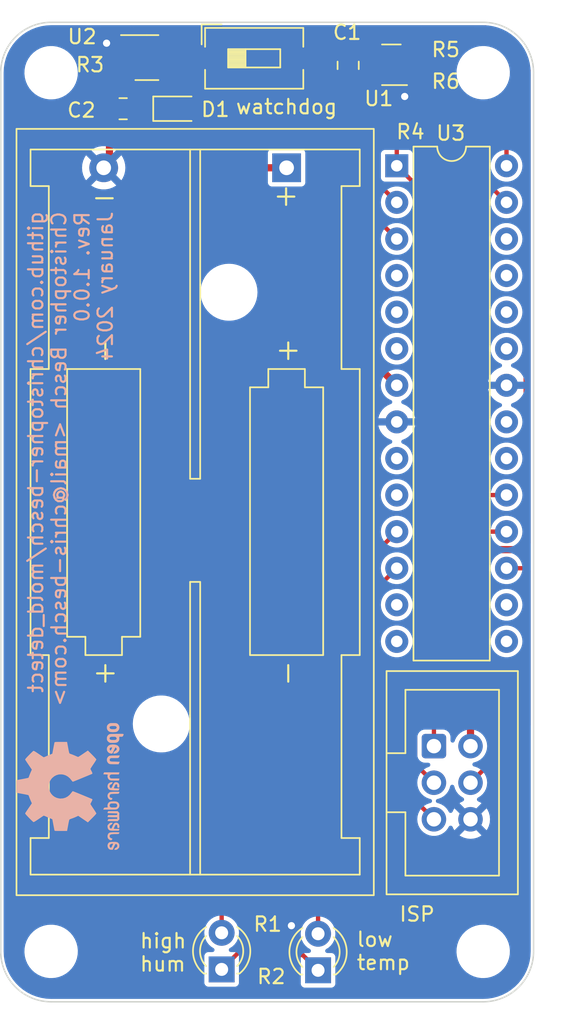
<source format=kicad_pcb>
(kicad_pcb (version 20221018) (generator pcbnew)
  (layers (0 "F.Cu" signal) (31 "B.Cu" power) (34 "B.Paste" user) (35 "F.Paste" user) (36 "B.SilkS" user "B.Silkscreen") (37 "F.SilkS" user "F.Silkscreen") (38 "B.Mask" user) (39 "F.Mask" user) (44 "Edge.Cuts" user))
  (net 0 "")
  (net 1 "Net-(Blue1-K)")
  (net 2 "Net-(Red1-K)")
  (net 3 "TEMP_LED")
  (net 4 "MISO")
  (net 5 "SCK")
  (net 6 "MOSI")
  (net 7 "RST")
  (net 8 "+3V0")
  (net 9 "HUM_LED")
  (net 10 "Net-(BT1-+)")
  (net 11 "DONE")
  (net 12 "WAKE_INTR")
  (net 13 "GND")
  (net 14 "Net-(U2-DELAY{slash}M_RST)")
  (net 15 "SCL")
  (net 16 "SDA")
  (net 34 "Net-(SW1-A)")
  (footprint "Battery:BatteryHolder_Keystone_2468_2xAAA" (layer "F.Cu") (at 98.35 89.6 -90)
    (fp_text reference "BT1")
    (fp_text value "2 AAA Batteries")
    (fp_text user "-" (at 2 12.65 -180) (layer "F.SilkS") (effects (font (size 1.5 1.5))))
    (fp_text user "+" (at 12.7 0 90) (layer "F.SilkS") (effects (font (size 1.5 1.5))))
    (fp_text user "+" (at 2 0.15 90) (layer "F.SilkS") (effects (font (size 1.5 1.5))))
    (fp_text user "-" (at 35.1 0 90) (layer "F.SilkS") (effects (font (size 1.5 1.5))))
    (fp_text user "-" (at 12.7 12.7 90) (layer "F.SilkS") (effects (font (size 1.5 1.5))))
    (fp_text user "+" (at 35.1 12.7 90) (layer "F.SilkS") (effects (font (size 1.5 1.5))))
    (pad "" np_thru_hole circle (at 8.64 4 270) (size 3.45 3.45) (drill 3.45) (layers "*.Cu"))
    (pad "" np_thru_hole circle (at 38.61 8.7 270) (size 3.45 3.45) (drill 3.45) (layers "*.Cu" "*.Mask"))
    (pad "1" thru_hole rect (at 0 0 270) (size 2 2) (drill 1.02) (layers "*.Cu" "*.Mask") (net 10 "Net-(BT1-+)"))
    (pad "2" thru_hole circle (at 0 12.7 270) (size 2 2) (drill 1.02) (layers "*.Cu" "*.Mask") (net 13 "GND"))
  )
  (footprint "Resistor_SMD:R_0201_0603Metric" (layer "F.Cu") (at 86.15 82.45 90)
    (fp_text reference "R3" (at 0 -1.45 180) (layer "F.SilkS"))
    (fp_text value "22k021")
    (pad "1" smd roundrect (at -0.32 0 90) (size 0.46 0.4) (layers "F.Cu" "F.Mask") (net 14 "Net-(U2-DELAY{slash}M_RST)"))
    (pad "2" smd roundrect (at 0.32 0 90) (size 0.46 0.4) (layers "F.Cu" "F.Mask") (net 13 "GND"))
  )
  (footprint "Sensor_Humidity:Sensirion_DFN-8-1EP_2.5x2.5mm_P0.5mm_EP1.1x1.7mm" (layer "F.Cu") (at 105.625 82.45 180)
    (fp_text reference "U1" (at 0.875 -2.35 180) (layer "F.SilkS"))
    (fp_text value "SHT30-DIS")
    (pad "1" smd rect (at -1.175 -0.75 180) (size 0.55 0.25) (layers "F.Cu" "F.Paste" "F.Mask") (net 16 "SDA"))
    (pad "2" smd rect (at -1.175 -0.25 180) (size 0.55 0.25) (layers "F.Cu" "F.Paste" "F.Mask") (net 13 "GND"))
    (pad "3" smd rect (at -1.175 0.25 180) (size 0.55 0.25) (layers "F.Cu" "F.Paste" "F.Mask"))
    (pad "4" smd rect (at -1.175 0.75) (size 0.55 0.25) (layers "F.Cu" "F.Paste" "F.Mask") (net 15 "SCL"))
    (pad "5" smd rect (at 1.175 0.75 180) (size 0.55 0.25) (layers "F.Cu" "F.Paste" "F.Mask") (net 8 "+3V0"))
    (pad "6" smd rect (at 1.175 0.25 180) (size 0.55 0.25) (layers "F.Cu" "F.Paste" "F.Mask"))
    (pad "7" smd rect (at 1.175 -0.25 180) (size 0.55 0.25) (layers "F.Cu" "F.Paste" "F.Mask") (net 13 "GND"))
    (pad "8" smd rect (at 1.175 -0.75 180) (size 0.55 0.25) (layers "F.Cu" "F.Paste" "F.Mask") (net 13 "GND"))
    (pad "9" smd custom (at 0 0 180) (size 1 1) (layers "F.Cu" "F.Mask") (net 13 "GND") (options (clearance outline) (anchor circle)) (primitives (gr_poly (pts (xy 0.5 0.85) (xy -0.5 0.85) (xy -0.5 -0.55) (xy -0.2 -0.85) (xy 0.5 -0.85)) (width 0) (fill yes))))
  )
  (footprint "Resistor_SMD:R_0201_0603Metric" (layer "F.Cu") (at 107.8 83.5 90)
    (fp_text reference "R6" (at -0.1 1.6 180) (layer "F.SilkS"))
    (fp_text value "10k")
    (pad "1" smd roundrect (at -0.32 0 90) (size 0.46 0.4) (layers "F.Cu" "F.Mask") (net 8 "+3V0"))
    (pad "2" smd roundrect (at 0.32 0 90) (size 0.46 0.4) (layers "F.Cu" "F.Mask") (net 16 "SDA"))
  )
  (footprint "MountingHole:MountingHole_3.2mm_M3" (layer "F.Cu") (at 112 83)
    (fp_text reference "H4")
    (fp_text value "~")
    (pad "" np_thru_hole circle (at 0 0) (size 3.2 3.2) (drill 3.2) (layers "*.Cu" "*.Mask"))
  )
  (footprint "Resistor_SMD:R_0201_0603Metric" (layer "F.Cu") (at 107.8 81.32 -90)
    (fp_text reference "R5" (at 0.08 -1.6 -180) (layer "F.SilkS"))
    (fp_text value "10k")
    (pad "1" smd roundrect (at -0.32 0 270) (size 0.46 0.4) (layers "F.Cu" "F.Mask") (net 8 "+3V0"))
    (pad "2" smd roundrect (at 0.32 0 270) (size 0.46 0.4) (layers "F.Cu" "F.Mask") (net 15 "SCL"))
  )
  (footprint "Resistor_SMD:R_0201_0603Metric" (layer "F.Cu") (at 105.5 87.07 -90)
    (fp_text reference "R4" (at 0.03 -1.45 -180) (layer "F.SilkS"))
    (fp_text value "10k")
    (pad "1" smd roundrect (at -0.32 0 270) (size 0.46 0.4) (layers "F.Cu" "F.Mask") (net 8 "+3V0"))
    (pad "2" smd roundrect (at 0.32 0 270) (size 0.46 0.4) (layers "F.Cu" "F.Mask") (net 7 "RST"))
  )
  (footprint "LED_THT:LED_D3.0mm" (layer "F.Cu") (at 93.84 145.25 90)
    (fp_text reference "Red1")
    (fp_text value "LED")
    (pad "1" thru_hole rect (at 0 0 90) (size 1.8 1.8) (drill 0.9) (layers "*.Cu" "*.Mask") (net 2 "Net-(Red1-K)"))
    (pad "2" thru_hole circle (at 2.54 0 90) (size 1.8 1.8) (drill 0.9) (layers "*.Cu" "*.Mask") (net 9 "HUM_LED"))
  )
  (footprint "Button_Switch_SMD:SW_DIP_SPSTx01_Slide_6.7x4.1mm_W6.73mm_P2.54mm_LowProfile_JPin" (layer "F.Cu") (at 96.1 82)
    (fp_text reference "SW1")
    (fp_text value "watchdog_sw")
    (pad "1" smd rect (at -3.365 0) (size 2.16 1.12) (layers "F.Cu" "F.Paste" "F.Mask") (net 34 "Net-(SW1-A)"))
    (pad "2" smd rect (at 3.365 0) (size 2.16 1.12) (layers "F.Cu" "F.Paste" "F.Mask") (net 7 "RST"))
  )
  (footprint "LED_THT:LED_D3.0mm" (layer "F.Cu") (at 100.535 145.315 90)
    (fp_text reference "Blue1")
    (fp_text value "LED")
    (pad "1" thru_hole rect (at 0 0 90) (size 1.8 1.8) (drill 0.9) (layers "*.Cu" "*.Mask") (net 1 "Net-(Blue1-K)"))
    (pad "2" thru_hole circle (at 2.54 0 90) (size 1.8 1.8) (drill 0.9) (layers "*.Cu" "*.Mask") (net 3 "TEMP_LED"))
  )
  (footprint "Connector_IDC:IDC-Header_2x03_P2.54mm_Vertical" (layer "F.Cu") (at 108.58 129.75)
    (fp_text reference "J1")
    (fp_text value "ISP")
    (pad "1" thru_hole roundrect (at 0 0) (size 1.7 1.7) (drill 1) (layers "*.Cu" "*.Mask") (roundrect_rratio 0.1470588235) (net 4 "MISO"))
    (pad "2" thru_hole circle (at 2.54 0) (size 1.7 1.7) (drill 1) (layers "*.Cu" "*.Mask") (net 8 "+3V0"))
    (pad "3" thru_hole circle (at 0 2.54) (size 1.7 1.7) (drill 1) (layers "*.Cu" "*.Mask") (net 5 "SCK"))
    (pad "4" thru_hole circle (at 2.54 2.54) (size 1.7 1.7) (drill 1) (layers "*.Cu" "*.Mask") (net 6 "MOSI"))
    (pad "5" thru_hole circle (at 0 5.08) (size 1.7 1.7) (drill 1) (layers "*.Cu" "*.Mask") (net 7 "RST"))
    (pad "6" thru_hole circle (at 2.54 5.08) (size 1.7 1.7) (drill 1) (layers "*.Cu" "*.Mask") (net 13 "GND"))
  )
  (footprint "Diode_SMD:D_SOD-323F" (layer "F.Cu") (at 90.7 85.5)
    (fp_text reference "D1" (at 2.7 0.05) (layer "F.SilkS"))
    (fp_text value "D_Schottky")
    (pad "1" smd roundrect (at -1.1 0) (size 0.5 0.5) (layers "F.Cu" "F.Paste" "F.Mask") (net 8 "+3V0"))
    (pad "2" smd roundrect (at 1.1 0) (size 0.5 0.5) (layers "F.Cu" "F.Paste" "F.Mask") (net 10 "Net-(BT1-+)"))
  )
  (footprint "Resistor_SMD:R_0201_0603Metric" (layer "F.Cu") (at 97.56 144.25 180)
    (fp_text reference "R2" (at 0.275 -1.5 180) (layer "F.SilkS"))
    (fp_text value "100R")
    (pad "1" smd roundrect (at -0.32 0 180) (size 0.46 0.4) (layers "F.Cu" "F.Mask") (net 1 "Net-(Blue1-K)"))
    (pad "2" smd roundrect (at 0.32 0 180) (size 0.46 0.4) (layers "F.Cu" "F.Mask") (net 13 "GND"))
  )
  (footprint "MountingHole:MountingHole_3.2mm_M3" (layer "F.Cu") (at 82 144)
    (fp_text reference "H1")
    (fp_text value "~")
    (pad "" np_thru_hole circle (at 0 0) (size 3.2 3.2) (drill 3.2) (layers "*.Cu" "*.Mask"))
  )
  (footprint "Package_TO_SOT_SMD:SOT-23-6" (layer "F.Cu") (at 88.65 81.95)
    (fp_text reference "U2" (at -4.5 -1.45) (layer "F.SilkS"))
    (fp_text value "TPL5010")
    (pad "1" smd roundrect (at -1.1375 -0.95) (size 1.325 0.6) (layers "F.Cu" "F.Paste" "F.Mask") (net 8 "+3V0"))
    (pad "2" smd roundrect (at -1.1375 0) (size 1.325 0.6) (layers "F.Cu" "F.Paste" "F.Mask") (net 13 "GND"))
    (pad "3" smd roundrect (at -1.1375 0.95) (size 1.325 0.6) (layers "F.Cu" "F.Paste" "F.Mask") (net 14 "Net-(U2-DELAY{slash}M_RST)"))
    (pad "4" smd roundrect (at 1.1375 0.95) (size 1.325 0.6) (layers "F.Cu" "F.Paste" "F.Mask") (net 11 "DONE"))
    (pad "5" smd roundrect (at 1.1375 0) (size 1.325 0.6) (layers "F.Cu" "F.Paste" "F.Mask") (net 12 "WAKE_INTR"))
    (pad "6" smd roundrect (at 1.1375 -0.95) (size 1.325 0.6) (layers "F.Cu" "F.Paste" "F.Mask") (net 34 "Net-(SW1-A)"))
  )
  (footprint "MountingHole:MountingHole_3.2mm_M3" (layer "F.Cu") (at 82 83)
    (fp_text reference "H2")
    (fp_text value "~")
    (pad "" np_thru_hole circle (at 0 0) (size 3.2 3.2) (drill 3.2) (layers "*.Cu" "*.Mask"))
  )
  (footprint "MountingHole:MountingHole_3.2mm_M3" (layer "F.Cu") (at 112 144)
    (fp_text reference "H3")
    (fp_text value "~")
    (pad "" np_thru_hole circle (at 0 0) (size 3.2 3.2) (drill 3.2) (layers "*.Cu" "*.Mask"))
  )
  (footprint "Package_DIP:DIP-28_W7.62mm" (layer "F.Cu") (at 106 89.46)
    (fp_text reference "U3" (at 3.75 -2.26) (layer "F.SilkS"))
    (fp_text value "ATmega328P-P")
    (pad "1" thru_hole rect (at 0 0) (size 1.6 1.6) (drill 0.8) (layers "*.Cu" "*.Mask") (net 7 "RST"))
    (pad "2" thru_hole oval (at 0 2.54) (size 1.6 1.6) (drill 0.8) (layers "*.Cu" "*.Mask") (net 12 "WAKE_INTR"))
    (pad "3" thru_hole oval (at 0 5.08) (size 1.6 1.6) (drill 0.8) (layers "*.Cu" "*.Mask") (net 11 "DONE"))
    (pad "4" thru_hole oval (at 0 7.62) (size 1.6 1.6) (drill 0.8) (layers "*.Cu" "*.Mask"))
    (pad "5" thru_hole oval (at 0 10.16) (size 1.6 1.6) (drill 0.8) (layers "*.Cu" "*.Mask"))
    (pad "6" thru_hole oval (at 0 12.7) (size 1.6 1.6) (drill 0.8) (layers "*.Cu" "*.Mask"))
    (pad "7" thru_hole oval (at 0 15.24) (size 1.6 1.6) (drill 0.8) (layers "*.Cu" "*.Mask") (net 8 "+3V0"))
    (pad "8" thru_hole oval (at 0 17.78) (size 1.6 1.6) (drill 0.8) (layers "*.Cu" "*.Mask") (net 13 "GND"))
    (pad "9" thru_hole oval (at 0 20.32) (size 1.6 1.6) (drill 0.8) (layers "*.Cu" "*.Mask"))
    (pad "10" thru_hole oval (at 0 22.86) (size 1.6 1.6) (drill 0.8) (layers "*.Cu" "*.Mask"))
    (pad "11" thru_hole oval (at 0 25.4) (size 1.6 1.6) (drill 0.8) (layers "*.Cu" "*.Mask") (net 9 "HUM_LED"))
    (pad "12" thru_hole oval (at 0 27.94) (size 1.6 1.6) (drill 0.8) (layers "*.Cu" "*.Mask") (net 3 "TEMP_LED"))
    (pad "13" thru_hole oval (at 0 30.48) (size 1.6 1.6) (drill 0.8) (layers "*.Cu" "*.Mask"))
    (pad "14" thru_hole oval (at 0 33.02) (size 1.6 1.6) (drill 0.8) (layers "*.Cu" "*.Mask"))
    (pad "15" thru_hole oval (at 7.62 33.02) (size 1.6 1.6) (drill 0.8) (layers "*.Cu" "*.Mask"))
    (pad "16" thru_hole oval (at 7.62 30.48) (size 1.6 1.6) (drill 0.8) (layers "*.Cu" "*.Mask"))
    (pad "17" thru_hole oval (at 7.62 27.94) (size 1.6 1.6) (drill 0.8) (layers "*.Cu" "*.Mask") (net 6 "MOSI"))
    (pad "18" thru_hole oval (at 7.62 25.4) (size 1.6 1.6) (drill 0.8) (layers "*.Cu" "*.Mask") (net 4 "MISO"))
    (pad "19" thru_hole oval (at 7.62 22.86) (size 1.6 1.6) (drill 0.8) (layers "*.Cu" "*.Mask") (net 5 "SCK"))
    (pad "20" thru_hole oval (at 7.62 20.32) (size 1.6 1.6) (drill 0.8) (layers "*.Cu" "*.Mask"))
    (pad "21" thru_hole oval (at 7.62 17.78) (size 1.6 1.6) (drill 0.8) (layers "*.Cu" "*.Mask"))
    (pad "22" thru_hole oval (at 7.62 15.24) (size 1.6 1.6) (drill 0.8) (layers "*.Cu" "*.Mask") (net 13 "GND"))
    (pad "23" thru_hole oval (at 7.62 12.7) (size 1.6 1.6) (drill 0.8) (layers "*.Cu" "*.Mask"))
    (pad "24" thru_hole oval (at 7.62 10.16) (size 1.6 1.6) (drill 0.8) (layers "*.Cu" "*.Mask"))
    (pad "25" thru_hole oval (at 7.62 7.62) (size 1.6 1.6) (drill 0.8) (layers "*.Cu" "*.Mask"))
    (pad "26" thru_hole oval (at 7.62 5.08) (size 1.6 1.6) (drill 0.8) (layers "*.Cu" "*.Mask"))
    (pad "27" thru_hole oval (at 7.62 2.54) (size 1.6 1.6) (drill 0.8) (layers "*.Cu" "*.Mask") (net 16 "SDA"))
    (pad "28" thru_hole oval (at 7.62 0) (size 1.6 1.6) (drill 0.8) (layers "*.Cu" "*.Mask") (net 15 "SCL"))
  )
  (footprint "Resistor_SMD:R_0201_0603Metric" (layer "F.Cu") (at 96.88 143.25)
    (fp_text reference "R1" (at 0.155 -1.135 180) (layer "F.SilkS"))
    (fp_text value "100R")
    (pad "1" smd roundrect (at -0.32 0) (size 0.46 0.4) (layers "F.Cu" "F.Mask") (net 2 "Net-(Red1-K)"))
    (pad "2" smd roundrect (at 0.32 0) (size 0.46 0.4) (layers "F.Cu" "F.Mask") (net 13 "GND"))
  )
  (footprint "Capacitor_SMD:C_0805_2012Metric" (layer "F.Cu") (at 102.625 82.49 90)
    (fp_text reference "C1" (at 2.29 -0.075 180) (layer "F.SilkS"))
    (fp_text value "100n")
    (pad "1" smd roundrect (at -0.95 0 90) (size 1 1.45) (layers "F.Cu" "F.Paste" "F.Mask") (net 13 "GND"))
    (pad "2" smd roundrect (at 0.95 0 90) (size 1 1.45) (layers "F.Cu" "F.Paste" "F.Mask") (net 8 "+3V0"))
  )
  (footprint "Capacitor_SMD:C_0805_2012Metric" (layer "F.Cu") (at 87 85.5 180)
    (fp_text reference "C2" (at 2.9 -0.1 180) (layer "F.SilkS"))
    (fp_text value "10u")
    (pad "1" smd roundrect (at -0.95 0 180) (size 1 1.45) (layers "F.Cu" "F.Paste" "F.Mask") (net 8 "+3V0"))
    (pad "2" smd roundrect (at 0.95 0 180) (size 1 1.45) (layers "F.Cu" "F.Paste" "F.Mask") (net 13 "GND"))
  )
  (footprint "Symbol:OSHW-Logo2_9.8x8mm_SilkScreen" (layer "B.Cu") (at 83.3 132.55 -90)
    (fp_text reference "REF**" hide)
    (fp_text value "OSHW-Logo2_9.8x8mm_SilkScreen" hide)
  )
  (gr_line (start 78.5 83) (end 78.5 144) (stroke (width 0.1)) (layer "Edge.Cuts"))
  (gr_arc (start 115.5 144) (mid 114.474874 146.474874) (end 112 147.5) (stroke (width 0.1)) (layer "Edge.Cuts"))
  (gr_line (start 82 147.5) (end 112 147.5) (stroke (width 0.1)) (layer "Edge.Cuts"))
  (gr_arc (start 82 147.5) (mid 79.525126 146.474874) (end 78.5 144) (stroke (width 0.1)) (layer "Edge.Cuts"))
  (gr_line (start 82 79.5) (end 112 79.5) (stroke (width 0.1)) (layer "Edge.Cuts"))
  (gr_arc (start 78.5 83) (mid 79.525126 80.525126) (end 82 79.5) (stroke (width 0.1)) (layer "Edge.Cuts"))
  (gr_line (start 115.5 83) (end 115.5 144) (stroke (width 0.1)) (layer "Edge.Cuts"))
  (gr_arc (start 112 79.5) (mid 114.474874 80.525126) (end 115.5 83) (stroke (width 0.1)) (layer "Edge.Cuts"))
  (gr_text "github.com/christopher-besch/mold_detect\nChristopher Besch <mail@chris-besch.com>\nRev. 1.0.0\nJanuary 2024" (at 86.35 92.55 90) (layer "B.SilkS") (effects (font (size 1 1)) (justify left bottom mirror)))
  (gr_text "low\ntemp" (at 103.135 145.365) (layer "F.SilkS") (effects (font (size 1 1)) (justify left bottom)))
  (gr_text "high\nhum" (at 88.085 145.465) (layer "F.SilkS") (effects (font (size 1 1)) (justify left bottom)))
  (gr_text "watchdog" (at 94.75 85.95) (layer "F.SilkS") (effects (font (size 1 1)) (justify left bottom)))
  (gr_text "ISP" (at 106.1 142) (layer "F.SilkS") (effects (font (size 1 1)) (justify left bottom)))
  (segment (start 99.47 144.25) (end 100.535 145.315) (width 0.3) (layer "F.Cu") (net 1))
  (segment (start 97.88 144.25) (end 99.47 144.25) (width 0.3) (layer "F.Cu") (net 1))
  (segment (start 95.84 143.25) (end 93.84 145.25) (width 0.3) (layer "F.Cu") (net 2))
  (segment (start 96.56 143.25) (end 95.84 143.25) (width 0.3) (layer "F.Cu") (net 2))
  (segment (start 100.535 122.865) (end 100.55 122.85) (width 0.3) (layer "F.Cu") (net 3))
  (segment (start 100.55 122.85) (end 106 117.4) (width 0.3) (layer "F.Cu") (net 3))
  (segment (start 100.535 142.775) (end 100.535 122.865) (width 0.3) (layer "F.Cu") (net 3))
  (segment (start 110.2 125.8) (end 110.2 115.5) (width 0.3) (layer "F.Cu") (net 4))
  (segment (start 110.2 115.5) (end 110.84 114.86) (width 0.3) (layer "F.Cu") (net 4))
  (segment (start 110.84 114.86) (end 113.62 114.86) (width 0.3) (layer "F.Cu") (net 4))
  (segment (start 108.58 129.75) (end 108.58 127.42) (width 0.3) (layer "F.Cu") (net 4))
  (segment (start 108.58 127.42) (end 110.2 125.8) (width 0.3) (layer "F.Cu") (net 4))
  (segment (start 109.15 113.15) (end 109.98 112.32) (width 0.3) (layer "F.Cu") (net 5))
  (segment (start 107.28 127.22) (end 109.15 125.35) (width 0.3) (layer "F.Cu") (net 5))
  (segment (start 109.98 112.32) (end 113.62 112.32) (width 0.3) (layer "F.Cu") (net 5))
  (segment (start 109.15 125.35) (end 109.15 113.15) (width 0.3) (layer "F.Cu") (net 5))
  (segment (start 108.58 132.29) (end 107.28 130.99) (width 0.3) (layer "F.Cu") (net 5))
  (segment (start 107.28 130.99) (end 107.28 127.22) (width 0.3) (layer "F.Cu") (net 5))
  (segment (start 114.95 117.4) (end 113.62 117.4) (width 0.3) (layer "F.Cu") (net 6))
  (segment (start 115.15 128.26) (end 115.15 117.6) (width 0.3) (layer "F.Cu") (net 6))
  (segment (start 111.12 132.29) (end 115.15 128.26) (width 0.3) (layer "F.Cu") (net 6))
  (segment (start 115.15 117.6) (end 114.95 117.4) (width 0.3) (layer "F.Cu") (net 6))
  (segment (start 106 89.46) (end 106 87.93) (width 0.3) (layer "F.Cu") (net 7))
  (segment (start 108.58 134.83) (end 106.3 132.55) (width 0.3) (layer "F.Cu") (net 7))
  (segment (start 107.9 91.36) (end 106 89.46) (width 0.3) (layer "F.Cu") (net 7))
  (segment (start 102.89 87.39) (end 105.5 87.39) (width 0.3) (layer "F.Cu") (net 7))
  (segment (start 99.465 82) (end 99.465 83.965) (width 0.3) (layer "F.Cu") (net 7))
  (segment (start 106 87.93) (end 105.5 87.43) (width 0.3) (layer "F.Cu") (net 7))
  (segment (start 107.9 125.2) (end 107.9 91.36) (width 0.3) (layer "F.Cu") (net 7))
  (segment (start 99.465 83.965) (end 102.89 87.39) (width 0.3) (layer "F.Cu") (net 7))
  (segment (start 106.3 126.8) (end 107.9 125.2) (width 0.3) (layer "F.Cu") (net 7))
  (segment (start 106.3 132.55) (end 106.3 126.8) (width 0.3) (layer "F.Cu") (net 7))
  (segment (start 87.5125 81) (end 87.5125 80.0375) (width 0.5) (layer "F.Cu") (net 8))
  (segment (start 112.157156 79.957156) (end 115.042914 82.842914) (width 0.5) (layer "F.Cu") (net 8))
  (segment (start 101.2 84.25) (end 101.2 81.95) (width 0.5) (layer "F.Cu") (net 8))
  (segment (start 104.29 81.54) (end 104.45 81.7) (width 0.3) (layer "F.Cu") (net 8))
  (segment (start 111.4 79.95) (end 111.407156 79.957156) (width 0.5) (layer "F.Cu") (net 8))
  (segment (start 87.95 85.5) (end 87.95 84.05) (width 0.5) (layer "F.Cu") (net 8))
  (segment (start 84.85 80.535786) (end 85.435786 79.95) (width 0.5) (layer "F.Cu") (net 8))
  (segment (start 111.35 116.562233) (end 111.35 127.48) (width 0.5) (layer "F.Cu") (net 8))
  (segment (start 85.6 84) (end 84.85 83.25) (width 0.5) (layer "F.Cu") (net 8))
  (segment (start 107 85.8) (end 107.8 85) (width 0.5) (layer "F.Cu") (net 8))
  (segment (start 102.3 101) (end 106 104.7) (width 0.5) (layer "F.Cu") (net 8))
  (segment (start 111.35 127.48) (end 111.12 127.71) (width 0.5) (layer "F.Cu") (net 8))
  (segment (start 107.8 79.95) (end 111.4 79.95) (width 0.5) (layer "F.Cu") (net 8))
  (segment (start 102.625 81.54) (end 102.625 79.975) (width 0.5) (layer "F.Cu") (net 8))
  (segment (start 101.61 81.54) (end 102.625 81.54) (width 0.5) (layer "F.Cu") (net 8))
  (segment (start 105.5 85.8) (end 102.75 85.8) (width 0.5) (layer "F.Cu") (net 8))
  (segment (start 89.45 88.15) (end 96.95 95.65) (width 0.5) (layer "F.Cu") (net 8))
  (segment (start 111.802233 116.11) (end 111.35 116.562233) (width 0.5) (layer "F.Cu") (net 8))
  (segment (start 102.6 79.95) (end 107.8 79.95) (width 0.5) (layer "F.Cu") (net 8))
  (segment (start 84.85 83.25) (end 84.85 80.535786) (width 0.5) (layer "F.Cu") (net 8))
  (segment (start 115.05 83.196835) (end 115.05 115.6) (width 0.5) (layer "F.Cu") (net 8))
  (segment (start 114.54 116.11) (end 111.802233 116.11) (width 0.5) (layer "F.Cu") (net 8))
  (segment (start 115.042914 83.189749) (end 115.05 83.196835) (width 0.5) (layer "F.Cu") (net 8))
  (segment (start 102.625 81.54) (end 104.29 81.54) (width 0.3) (layer "F.Cu") (net 8))
  (segment (start 111.407156 79.957156) (end 112.157156 79.957156) (width 0.5) (layer "F.Cu") (net 8))
  (segment (start 107.8 79.95) (end 107.8 80.96) (width 0.5) (layer "F.Cu") (net 8))
  (segment (start 107.8 83.86) (end 107.8 85) (width 0.5) (layer "F.Cu") (net 8))
  (segment (start 85.435786 79.95) (end 87.6 79.95) (width 0.5) (layer "F.Cu") (net 8))
  (segment (start 87.95 86.65) (end 89.45 88.15) (width 0.5) (layer "F.Cu") (net 8))
  (segment (start 115.042914 82.842914) (end 115.042914 83.189749) (width 0.5) (layer "F.Cu") (net 8))
  (segment (start 96.95 95.65) (end 102.3 101) (width 0.5) (layer "F.Cu") (net 8))
  (segment (start 111.12 127.71) (end 111.12 129.75) (width 0.5) (layer "F.Cu") (net 8))
  (segment (start 88 84) (end 85.6 84) (width 0.5) (layer "F.Cu") (net 8))
  (segment (start 87.6 79.95) (end 102.6 79.95) (width 0.5) (layer "F.Cu") (net 8))
  (segment (start 102.75 85.8) (end 101.2 84.25) (width 0.5) (layer "F.Cu") (net 8))
  (segment (start 105.5 85.8) (end 105.5 86.71) (width 0.5) (layer "F.Cu") (net 8))
  (segment (start 102.625 79.975) (end 102.6 79.95) (width 0.5) (layer "F.Cu") (net 8))
  (segment (start 89.6 85.5) (end 87.95 85.5) (width 0.5) (layer "F.Cu") (net 8))
  (segment (start 115.05 115.6) (end 114.54 116.11) (width 0.5) (layer "F.Cu") (net 8))
  (segment (start 87.5125 80.0375) (end 87.6 79.95) (width 0.5) (layer "F.Cu") (net 8))
  (segment (start 101.2 81.95) (end 101.61 81.54) (width 0.5) (layer "F.Cu") (net 8))
  (segment (start 87.95 84.05) (end 88 84) (width 0.5) (layer "F.Cu") (net 8))
  (segment (start 105.5 85.8) (end 107 85.8) (width 0.5) (layer "F.Cu") (net 8))
  (segment (start 87.95 85.5) (end 87.95 86.65) (width 0.5) (layer "F.Cu") (net 8))
  (segment (start 93.84 142.71) (end 93.84 127.02) (width 0.3) (layer "F.Cu") (net 9))
  (segment (start 93.855 127.005) (end 106 114.86) (width 0.3) (layer "F.Cu") (net 9))
  (segment (start 93.84 127.02) (end 93.855 127.005) (width 0.3) (layer "F.Cu") (net 9))
  (segment (start 95.9 89.6) (end 98.35 89.6) (width 0.5) (layer "F.Cu") (net 10))
  (segment (start 91.8 85.5) (end 95.9 89.6) (width 0.5) (layer "F.Cu") (net 10))
  (segment (start 90.7875 83.9) (end 89.7875 82.9) (width 0.3) (layer "F.Cu") (net 11))
  (segment (start 95.36 83.9) (end 90.7875 83.9) (width 0.3) (layer "F.Cu") (net 11))
  (segment (start 106 94.54) (end 95.36 83.9) (width 0.3) (layer "F.Cu") (net 11))
  (segment (start 90.35 81.95) (end 89.7875 81.95) (width 0.3) (layer "F.Cu") (net 12))
  (segment (start 106 92) (end 97.3 83.3) (width 0.3) (layer "F.Cu") (net 12))
  (segment (start 91.7 83.3) (end 90.35 81.95) (width 0.3) (layer "F.Cu") (net 12))
  (segment (start 97.3 83.3) (end 91.7 83.3) (width 0.3) (layer "F.Cu") (net 12))
  (segment (start 86.05 89.2) (end 85.65 89.6) (width 0.5) (layer "F.Cu") (net 13))
  (segment (start 105.625 83.725) (end 105.625 82.45) (width 0.5) (layer "F.Cu") (net 13))
  (segment (start 106.8 82.7) (end 105.875 82.7) (width 0.3) (layer "F.Cu") (net 13))
  (segment (start 104.45 82.7) (end 105.375 82.7) (width 0.3) (layer "F.Cu") (net 13))
  (segment (start 87.5125 81.95) (end 86.29 81.95) (width 0.5) (layer "F.Cu") (net 13))
  (segment (start 105.375 82.7) (end 105.625 82.45) (width 0.3) (layer "F.Cu") (net 13))
  (segment (start 97.2 144.21) (end 97.24 144.25) (width 0.3) (layer "F.Cu") (net 13))
  (segment (start 85.85 81.51) (end 86.29 81.95) (width 0.5) (layer "F.Cu") (net 13))
  (segment (start 102.625 83.44) (end 104.21 83.44) (width 0.3) (layer "F.Cu") (net 13))
  (segment (start 85.85 80.95) (end 85.85 81.51) (width 0.5) (layer "F.Cu") (net 13))
  (segment (start 97.2 143.25) (end 97.2 144.21) (width 0.3) (layer "F.Cu") (net 13))
  (segment (start 104.45 82.7) (end 104.45 83.2) (width 0.3) (layer "F.Cu") (net 13))
  (segment (start 97.65 143.25) (end 98.685 142.215) (width 0.3) (layer "F.Cu") (net 13))
  (segment (start 104.21 83.44) (end 104.45 83.2) (width 0.3) (layer "F.Cu") (net 13))
  (segment (start 86.05 85.5) (end 86.05 89.2) (width 0.5) (layer "F.Cu") (net 13))
  (segment (start 97.2 143.25) (end 97.65 143.25) (width 0.3) (layer "F.Cu") (net 13))
  (segment (start 86.29 81.95) (end 86.15 82.09) (width 0.5) (layer "F.Cu") (net 13))
  (segment (start 105.875 82.7) (end 105.625 82.45) (width 0.3) (layer "F.Cu") (net 13))
  (segment (start 106.55 84.65) (end 105.625 83.725) (width 0.5) (layer "F.Cu") (net 13))
  (via (at 98.685 142.215) (size 1.1) (drill 0.5) (layers "F.Cu" "B.Cu") (net 13))
  (via (at 106.55 84.65) (size 1.1) (drill 0.5) (layers "F.Cu" "B.Cu") (net 13))
  (via (at 85.85 80.95) (size 1.1) (drill 0.5) (layers "F.Cu" "B.Cu") (net 13))
  (segment (start 87.5125 82.9) (end 86.24 82.9) (width 0.3) (layer "F.Cu") (net 14))
  (segment (start 86.24 82.9) (end 86.15 82.81) (width 0.3) (layer "F.Cu") (net 14))
  (segment (start 107.8 81.64) (end 108.11 81.95) (width 0.3) (layer "F.Cu") (net 15))
  (segment (start 107.765 81.7) (end 107.805 81.74) (width 0.3) (layer "F.Cu") (net 15))
  (segment (start 109.7 81.95) (end 109.7 83.8) (width 0.3) (layer "F.Cu") (net 15))
  (segment (start 109.7 83.8) (end 113.62 87.72) (width 0.3) (layer "F.Cu") (net 15))
  (segment (start 106.8 81.7) (end 107.765 81.7) (width 0.3) (layer "F.Cu") (net 15))
  (segment (start 113.62 87.72) (end 113.62 89.46) (width 0.3) (layer "F.Cu") (net 15))
  (segment (start 108.11 81.95) (end 109.7 81.95) (width 0.3) (layer "F.Cu") (net 15))
  (segment (start 107.8 83.18) (end 108.23 82.75) (width 0.3) (layer "F.Cu") (net 16))
  (segment (start 108.23 82.75) (end 108.65 82.75) (width 0.3) (layer "F.Cu") (net 16))
  (segment (start 108.75 87.13) (end 113.62 92) (width 0.3) (layer "F.Cu") (net 16))
  (segment (start 108.65 82.75) (end 108.75 82.85) (width 0.3) (layer "F.Cu") (net 16))
  (segment (start 107.765 83.2) (end 107.805 83.24) (width 0.3) (layer "F.Cu") (net 16))
  (segment (start 106.8 83.2) (end 107.765 83.2) (width 0.3) (layer "F.Cu") (net 16))
  (segment (start 108.75 82.85) (end 108.75 87.13) (width 0.3) (layer "F.Cu") (net 16))
  (segment (start 89.7875 81) (end 91.735 81) (width 0.3) (layer "F.Cu") (net 34))
  (segment (start 91.735 81) (end 92.735 82) (width 0.3) (layer "F.Cu") (net 34))
  (zone (net 13) (net_name "GND") (layer "B.Cu") (connect_pads (clearance 0.3)) (min_thickness 0.3) (fill yes (thermal_gap 0.5) (thermal_bridge_width 0.5))
    (polygon (pts (xy 78.5 79.25) (xy 78.5 147.5) (xy 115.5 147.5) (xy 115.5 79.5)))
  )
)
</source>
